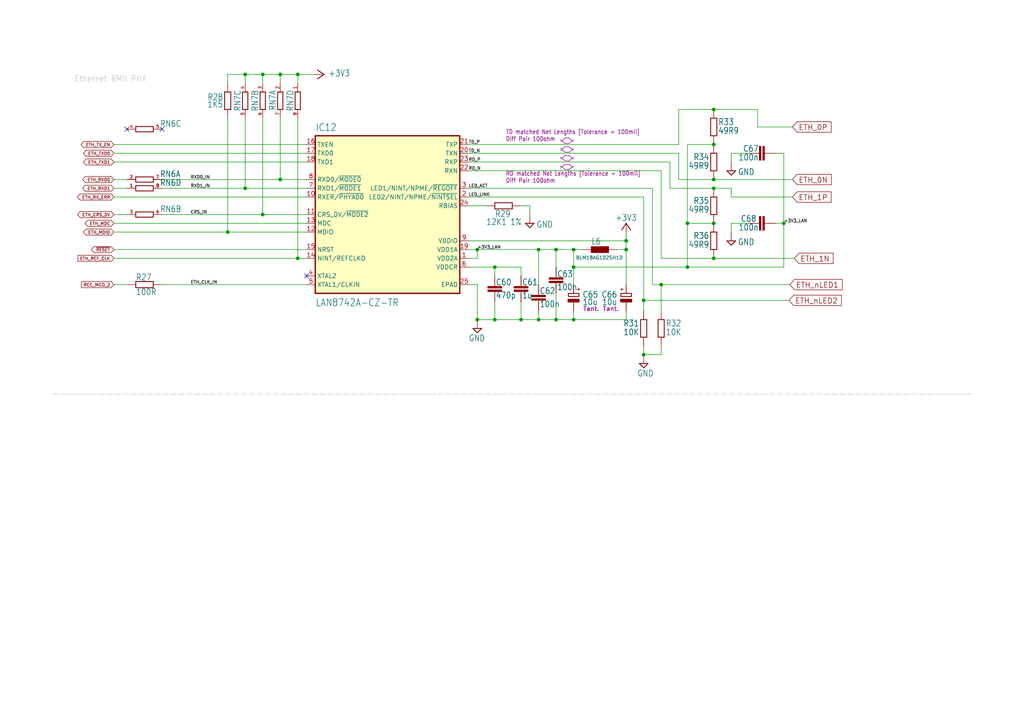
<source format=kicad_sch>
(kicad_sch (version 20230121) (generator eeschema)
  (paper "A4")
  (title_block (date "2023-12-07"))
  (lib_symbols
    (symbol "Envox H745 Master MCU r2B6-eagle-import:+3V3" (power)
      (property "Value" "+3V3" (at -2.54 -5.08 90))
      (symbol "+3V3_1_0"
        (polyline (pts (xy 0 0) (xy -1.27 -1.905)) (stroke (width 0.254)))
        (polyline (pts (xy 1.27 -1.905) (xy 0 0)) (stroke (width 0.254)))
        (pin power_in line (at 0 -2.54 90) (length 2.54) (name "+3V3") (number "1"))
      )
    )
    (symbol "Envox H745 Master MCU r2B6-eagle-import:GND" (power)
      (property "Value" "GND" (at -1.905 -3.175 0))
      (symbol "GND_1_0"
        (polyline (pts (xy -1.27 0) (xy 1.27 0)) (stroke (width 0.254)))
        (polyline (pts (xy 0 -1.27) (xy -1.27 0)) (stroke (width 0.254)))
        (polyline (pts (xy 1.27 0) (xy 0 -1.27)) (stroke (width 0.254)))
        (pin power_in line (at 0 2.54 270) (length 2.54) (name "GND") (number "1"))
      )
    )
    (symbol "Library:ECAP1206"
      (property "Reference" "C" (at 1.143 0.4826 0))
      (symbol "ECAP1206_1_0"
        (rectangle (start -1.651 -2.54) (end 1.651 -1.651) (fill (type outline)))
        (polyline (pts (xy -1.524 -0.889) (xy 1.524 -0.889)) (stroke (width 0.254)))
        (polyline (pts (xy -1.524 0) (xy -1.524 -0.889)) (stroke (width 0.254)))
        (polyline (pts (xy -1.524 0) (xy 1.524 0)) (stroke (width 0.254)))
        (polyline (pts (xy 1.524 -0.889) (xy 1.524 0)) (stroke (width 0.254)))
        (text "+" (at -0.5842 0.4064 900) (effects (font (size 1.27 1.0795)) (justify left bottom)))
        (pin passive line (at 0 2.54 270) (length 2.54) (name "+") (number "+"))
        (pin passive line (at 0 -5.08 90) (length 2.54) (name "-") (number "-"))
      )
    )
    (symbol "Library:Envox_C-EUC0402"
      (property "Reference" "C" (at 1.524 0.381 0))
      (symbol "Envox_C-EUC0402_1_0"
        (rectangle (start -2.032 -2.032) (end 2.032 -1.524) (fill (type outline)))
        (rectangle (start -2.032 -1.016) (end 2.032 -0.508) (fill (type outline)))
        (polyline (pts (xy 0 -2.54) (xy 0 -2.032)) (stroke (width 0.1524)))
        (polyline (pts (xy 0 0) (xy 0 -0.508)) (stroke (width 0.1524)))
        (pin passive line (at 0 2.54 270) (length 2.54) (name "1") (number "1"))
        (pin passive line (at 0 -5.08 90) (length 2.54) (name "2") (number "2"))
      )
    )
    (symbol "Library:Envox_R-EU_R0402"
      (property "Reference" "R" (at -3.81 1.4986 0))
      (symbol "Envox_R-EU_R0402_1_0"
        (polyline (pts (xy -2.54 -0.889) (xy -2.54 0.889)) (stroke (width 0.254)))
        (polyline (pts (xy -2.54 -0.889) (xy 2.54 -0.889)) (stroke (width 0.254)))
        (polyline (pts (xy 2.54 -0.889) (xy 2.54 0.889)) (stroke (width 0.254)))
        (polyline (pts (xy 2.54 0.889) (xy -2.54 0.889)) (stroke (width 0.254)))
        (pin passive line (at -5.08 0 0) (length 2.54) (name "1") (number "1"))
        (pin passive line (at 5.08 0 180) (length 2.54) (name "2") (number "2"))
      )
    )
    (symbol "Library:FERRITE_BEAD0603"
      (property "Reference" "L" (at -3.81 1.3716 0))
      (symbol "FERRITE_BEAD0603_1_0"
        (rectangle (start -2.54 -0.889) (end 2.54 0.889) (fill (type outline)))
        (pin passive line (at -5.08 0 0) (length 2.54) (name "1") (number "P$1"))
        (pin passive line (at 5.08 0 180) (length 2.54) (name "2") (number "P$2"))
      )
    )
    (symbol "Library:LAN8742A-CZ-TR"
      (property "Reference" "IC" (at -25.4 24.13 0))
      (symbol "LAN8742A-CZ-TR_1_0"
        (pin passive line (at 19.05 -12.7 180) (length 2.54) (name "VDD2A") (number "1"))
        (pin bidirectional line (at -27.94 5.08 0) (length 2.54) (name "RXER/~{PHYAD0}") (number "10"))
        (pin bidirectional line (at -27.94 0 0) (length 2.54) (name "CRS_DV/~{MODE2}") (number "11"))
        (pin bidirectional line (at -27.94 -5.08 0) (length 2.54) (name "MDIO") (number "12"))
        (pin input line (at -27.94 -2.54 0) (length 2.54) (name "MDC") (number "13"))
        (pin output line (at -27.94 -12.7 0) (length 2.54) (name "NINT/REFCLKO") (number "14"))
        (pin input line (at -27.94 -10.16 0) (length 2.54) (name "NRST") (number "15"))
        (pin input line (at -27.94 20.32 0) (length 2.54) (name "TXEN") (number "16"))
        (pin input line (at -27.94 17.78 0) (length 2.54) (name "TXD0") (number "17"))
        (pin input line (at -27.94 15.24 0) (length 2.54) (name "TXD1") (number "18"))
        (pin passive line (at 19.05 -10.16 180) (length 2.54) (name "VDD1A") (number "19"))
        (pin bidirectional line (at 19.05 5.08 180) (length 2.54) (name "LED2/NINT/NPME/~{NINTSEL}") (number "2"))
        (pin bidirectional line (at 19.05 17.78 180) (length 2.54) (name "TXN") (number "20"))
        (pin bidirectional line (at 19.05 20.32 180) (length 2.54) (name "TXP") (number "21"))
        (pin bidirectional line (at 19.05 12.7 180) (length 2.54) (name "RXN") (number "22"))
        (pin bidirectional line (at 19.05 15.24 180) (length 2.54) (name "RXP") (number "23"))
        (pin input line (at 19.05 2.54 180) (length 2.54) (name "RBIAS") (number "24"))
        (pin passive line (at 19.05 -20.32 180) (length 2.54) (name "EPAD") (number "25"))
        (pin bidirectional line (at 19.05 7.62 180) (length 2.54) (name "LED1/NINT/NPME/~{REGOFF}") (number "3"))
        (pin output line (at -27.94 -17.78 0) (length 2.54) (name "XTAL2") (number "4"))
        (pin input line (at -27.94 -20.32 0) (length 2.54) (name "XTAL1/CLKIN") (number "5"))
        (pin passive line (at 19.05 -15.24 180) (length 2.54) (name "VDDCR") (number "6"))
        (pin bidirectional line (at -27.94 7.62 0) (length 2.54) (name "RXD1/~{MODE1}") (number "7"))
        (pin bidirectional line (at -27.94 10.16 0) (length 2.54) (name "RXD0/~{MODE0}") (number "8"))
        (pin passive line (at 19.05 -7.62 180) (length 2.54) (name "VDDIO") (number "9"))
      )
      (symbol "LAN8742A-CZ-TR_1_1"
        (rectangle (start -25.4 22.86) (end 16.51 -22.86) (stroke (width 0.4)) (fill (type background)))
      )
    )
    (symbol "Library:R-EU_R0603"
      (property "Reference" "R" (at -3.81 1.4986 0))
      (symbol "R-EU_R0603_1_0"
        (polyline (pts (xy -2.54 -0.889) (xy -2.54 0.889)) (stroke (width 0.254)))
        (polyline (pts (xy -2.54 -0.889) (xy 2.54 -0.889)) (stroke (width 0.254)))
        (polyline (pts (xy 2.54 -0.889) (xy 2.54 0.889)) (stroke (width 0.254)))
        (polyline (pts (xy 2.54 0.889) (xy -2.54 0.889)) (stroke (width 0.254)))
        (pin passive line (at -5.08 0 0) (length 2.54) (name "1") (number "1"))
        (pin passive line (at 5.08 0 180) (length 2.54) (name "2") (number "2"))
      )
    )
    (symbol "Library:R_ARRAY4"
      (property "Reference" "RN" (at -5.08 -3.048 0))
      (symbol "R_ARRAY4_1_0"
        (polyline (pts (xy -2.54 -0.762) (xy 2.54 -0.762)) (stroke (width 0.254)))
        (polyline (pts (xy -2.54 0.762) (xy -2.54 -0.762)) (stroke (width 0.254)))
        (polyline (pts (xy 2.54 -0.762) (xy 2.54 0.762)) (stroke (width 0.254)))
        (polyline (pts (xy 2.54 0.762) (xy -2.54 0.762)) (stroke (width 0.254)))
        (pin passive line (at -5.08 0 0) (length 2.54) (name "1") (number "2"))
        (pin passive line (at 5.08 0 180) (length 2.54) (name "2") (number "7"))
      )
      (symbol "R_ARRAY4_2_0"
        (polyline (pts (xy -2.54 -0.762) (xy 2.54 -0.762)) (stroke (width 0.254)))
        (polyline (pts (xy -2.54 0.762) (xy -2.54 -0.762)) (stroke (width 0.254)))
        (polyline (pts (xy 2.54 -0.762) (xy 2.54 0.762)) (stroke (width 0.254)))
        (polyline (pts (xy 2.54 0.762) (xy -2.54 0.762)) (stroke (width 0.254)))
        (pin passive line (at -5.08 0 0) (length 2.54) (name "1") (number "3"))
        (pin passive line (at 5.08 0 180) (length 2.54) (name "2") (number "6"))
      )
      (symbol "R_ARRAY4_3_0"
        (polyline (pts (xy -2.54 -0.762) (xy 2.54 -0.762)) (stroke (width 0.254)))
        (polyline (pts (xy -2.54 0.762) (xy -2.54 -0.762)) (stroke (width 0.254)))
        (polyline (pts (xy 2.54 -0.762) (xy 2.54 0.762)) (stroke (width 0.254)))
        (polyline (pts (xy 2.54 0.762) (xy -2.54 0.762)) (stroke (width 0.254)))
        (pin passive line (at -5.08 0 0) (length 2.54) (name "1") (number "4"))
        (pin passive line (at 5.08 0 180) (length 2.54) (name "2") (number "5"))
      )
      (symbol "R_ARRAY4_4_0"
        (polyline (pts (xy -2.54 -0.762) (xy 2.54 -0.762)) (stroke (width 0.254)))
        (polyline (pts (xy -2.54 0.762) (xy -2.54 -0.762)) (stroke (width 0.254)))
        (polyline (pts (xy 2.54 -0.762) (xy 2.54 0.762)) (stroke (width 0.254)))
        (polyline (pts (xy 2.54 0.762) (xy -2.54 0.762)) (stroke (width 0.254)))
        (pin passive line (at -5.08 0 0) (length 2.54) (name "1") (number "1"))
        (pin passive line (at 5.08 0 180) (length 2.54) (name "2") (number "8"))
      )
    )
  )
  (junction (at 186.69 87.122))
  (junction (at 156.21 92.71))
  (junction (at 207.01 31.75))
  (junction (at 71.12 21.59))
  (junction (at 166.37 92.71))
  (junction (at 181.61 69.85))
  (junction (at 156.21 72.39))
  (junction (at 76.2 62.23))
  (junction (at 86.36 21.59))
  (junction (at 199.39 64.77))
  (junction (at 181.61 72.39))
  (junction (at 76.2 21.59))
  (junction (at 191.77 82.55))
  (junction (at 151.13 92.71))
  (junction (at 207.01 64.77))
  (junction (at 138.43 92.71))
  (junction (at 81.28 21.59))
  (junction (at 166.37 77.47))
  (junction (at 71.12 54.61))
  (junction (at 166.37 72.39))
  (junction (at 143.51 77.47))
  (junction (at 207.01 52.07))
  (junction (at 227.33 64.77))
  (junction (at 86.36 74.93))
  (junction (at 66.04 67.31))
  (junction (at 207.01 74.93))
  (junction (at 81.28 52.07))
  (junction (at 138.43 72.39))
  (junction (at 199.39 77.47))
  (junction (at 207.01 54.61))
  (junction (at 186.69 102.87))
  (junction (at 161.29 92.71))
  (junction (at 143.51 92.71))
  (junction (at 207.01 41.91))
  (junction (at 161.29 72.39))
  (no_connect (at 46.99 37.465))
  (no_connect (at 88.9 80.01))
  (no_connect (at 36.83 37.465))
  (wire (pts (xy 76.2 62.23) (xy 46.99 62.23)) (stroke (width 0.1524)))
  (wire (pts (xy 212.09 67.31) (xy 212.09 64.77)) (stroke (width 0.1524)))
  (wire (pts (xy 227.33 64.77) (xy 227.33 77.47)) (stroke (width 0.1524)))
  (wire (pts (xy 181.61 72.39) (xy 179.07 72.39)) (stroke (width 0.1524)))
  (wire (pts (xy 143.51 92.71) (xy 151.13 92.71)) (stroke (width 0.1524)))
  (polyline (pts (xy 165.1 40.005) (xy 165.735 40.64)) (stroke (width 0.1524) (type solid) (color 132 0 132 1)))
  (polyline (pts (xy 165.735 43.18) (xy 166.37 43.18)) (stroke (width 0.1524) (type solid) (color 132 0 132 1)))
  (wire (pts (xy 86.36 21.59) (xy 81.28 21.59)) (stroke (width 0.1524)))
  (wire (pts (xy 207.01 52.07) (xy 229.87 52.07)) (stroke (width 0.1524)))
  (wire (pts (xy 181.61 69.85) (xy 181.61 72.39)) (stroke (width 0.1524)))
  (polyline (pts (xy 163.195 43.4975) (xy 162.56 43.4975)) (stroke (width 0.1524) (type solid) (color 132 0 132 1)))
  (polyline (pts (xy 162.56 48.26) (xy 163.195 48.26)) (stroke (width 0.1524) (type solid) (color 132 0 132 1)))
  (wire (pts (xy 81.28 24.13) (xy 81.28 21.59)) (stroke (width 0.1524)))
  (polyline (pts (xy 163.195 43.18) (xy 163.83 42.545)) (stroke (width 0.1524) (type solid) (color 132 0 132 1)))
  (wire (pts (xy 224.79 44.45) (xy 227.33 44.45)) (stroke (width 0.1524)))
  (wire (pts (xy 196.85 44.45) (xy 196.85 52.07)) (stroke (width 0.1524)))
  (polyline (pts (xy 163.83 46.6725) (xy 163.195 46.0375)) (stroke (width 0.1524) (type solid) (color 132 0 132 1)))
  (wire (pts (xy 88.9 72.39) (xy 33.02 72.39)) (stroke (width 0.1524)))
  (wire (pts (xy 156.21 72.39) (xy 138.43 72.39)) (stroke (width 0.1524)))
  (wire (pts (xy 156.21 82.55) (xy 156.21 72.39)) (stroke (width 0.1524)))
  (wire (pts (xy 161.29 92.71) (xy 161.29 85.09)) (stroke (width 0.1524)))
  (polyline (pts (xy 163.83 41.5925) (xy 165.1 41.5925)) (stroke (width 0.1524) (type solid) (color 132 0 132 1)))
  (wire (pts (xy 207.01 31.75) (xy 219.71 31.75)) (stroke (width 0.1524)))
  (wire (pts (xy 81.28 52.07) (xy 46.99 52.07)) (stroke (width 0.1524)))
  (wire (pts (xy 151.13 77.47) (xy 151.13 80.01)) (stroke (width 0.1524)))
  (polyline (pts (xy 163.83 49.2125) (xy 163.195 48.5775)) (stroke (width 0.1524) (type solid) (color 132 0 132 1)))
  (polyline (pts (xy 166.37 40.9575) (xy 165.735 40.9575)) (stroke (width 0.1524) (type solid) (color 132 0 132 1)))
  (wire (pts (xy 88.9 46.99) (xy 33.02 46.99)) (stroke (width 0.1524)))
  (wire (pts (xy 36.83 82.55) (xy 33.02 82.55)) (stroke (width 0.1524)))
  (wire (pts (xy 138.43 74.93) (xy 135.89 74.93)) (stroke (width 0.1524)))
  (wire (pts (xy 76.2 34.29) (xy 76.2 62.23)) (stroke (width 0.1524)))
  (wire (pts (xy 135.89 72.39) (xy 138.43 72.39)) (stroke (width 0.1524)))
  (wire (pts (xy 207.01 41.91) (xy 199.39 41.91)) (stroke (width 0.1524)))
  (polyline (pts (xy 166.37 43.4975) (xy 165.735 43.4975)) (stroke (width 0.1524) (type solid) (color 132 0 132 1)))
  (polyline (pts (xy 163.195 48.5775) (xy 162.56 48.5775)) (stroke (width 0.1524) (type solid) (color 132 0 132 1)))
  (wire (pts (xy 135.89 82.55) (xy 138.43 82.55)) (stroke (width 0.1524)))
  (wire (pts (xy 151.13 92.71) (xy 156.21 92.71)) (stroke (width 0.1524)))
  (wire (pts (xy 140.97 59.69) (xy 135.89 59.69)) (stroke (width 0.1524)))
  (wire (pts (xy 212.09 54.61) (xy 212.09 57.15)) (stroke (width 0.1524)))
  (wire (pts (xy 181.61 67.31) (xy 181.61 69.85)) (stroke (width 0.1524)))
  (wire (pts (xy 189.23 82.55) (xy 189.23 54.61)) (stroke (width 0.1524)))
  (polyline (pts (xy 166.37 46.0375) (xy 165.735 46.0375)) (stroke (width 0.1524) (type solid) (color 132 0 132 1)))
  (polyline (pts (xy 163.83 45.085) (xy 165.1 45.085)) (stroke (width 0.1524) (type solid) (color 132 0 132 1)))
  (wire (pts (xy 217.17 44.45) (xy 212.09 44.45)) (stroke (width 0.1524)))
  (wire (pts (xy 166.37 92.71) (xy 181.61 92.71)) (stroke (width 0.1524)))
  (wire (pts (xy 66.04 21.59) (xy 66.04 24.13)) (stroke (width 0.1524)))
  (wire (pts (xy 138.43 92.71) (xy 143.51 92.71)) (stroke (width 0.1524)))
  (wire (pts (xy 143.51 77.47) (xy 143.51 80.01)) (stroke (width 0.1524)))
  (wire (pts (xy 88.9 44.45) (xy 33.02 44.45)) (stroke (width 0.1524)))
  (wire (pts (xy 219.71 31.75) (xy 219.71 36.83)) (stroke (width 0.1524)))
  (wire (pts (xy 76.2 24.13) (xy 76.2 21.59)) (stroke (width 0.1524)))
  (wire (pts (xy 135.89 57.15) (xy 186.69 57.15)) (stroke (width 0.1524)))
  (wire (pts (xy 191.77 74.93) (xy 207.01 74.93)) (stroke (width 0.1524)))
  (wire (pts (xy 88.9 52.07) (xy 81.28 52.07)) (stroke (width 0.1524)))
  (wire (pts (xy 181.61 92.71) (xy 181.61 90.17)) (stroke (width 0.1524)))
  (wire (pts (xy 191.77 90.17) (xy 191.77 82.55)) (stroke (width 0.1524)))
  (wire (pts (xy 166.37 82.55) (xy 166.37 77.47)) (stroke (width 0.1524)))
  (wire (pts (xy 86.36 74.93) (xy 88.9 74.93)) (stroke (width 0.1524)))
  (polyline (pts (xy 222.25 114.3) (xy 144.78 114.3)) (stroke (width 0.1524) (type dash) (color 194 194 194 1)))
  (wire (pts (xy 71.12 54.61) (xy 46.99 54.61)) (stroke (width 0.1524)))
  (wire (pts (xy 191.77 102.87) (xy 191.77 100.33)) (stroke (width 0.1524)))
  (wire (pts (xy 86.36 21.59) (xy 91.44 21.59)) (stroke (width 0.1524)))
  (polyline (pts (xy 162.56 43.18) (xy 163.195 43.18)) (stroke (width 0.1524) (type solid) (color 132 0 132 1)))
  (wire (pts (xy 217.17 64.77) (xy 212.09 64.77)) (stroke (width 0.1524)))
  (wire (pts (xy 181.61 82.55) (xy 181.61 72.39)) (stroke (width 0.1524)))
  (wire (pts (xy 196.85 52.07) (xy 207.01 52.07)) (stroke (width 0.1524)))
  (polyline (pts (xy 163.83 41.5925) (xy 163.195 40.9575)) (stroke (width 0.1524) (type solid) (color 132 0 132 1)))
  (wire (pts (xy 207.01 74.93) (xy 230.378 74.93)))
  (wire (pts (xy 135.89 54.61) (xy 189.23 54.61)) (stroke (width 0.1524)))
  (polyline (pts (xy 281.94 114.3) (xy 222.25 114.3)) (stroke (width 0.1524) (type dash) (color 194 194 194 1)))
  (wire (pts (xy 196.85 31.75) (xy 207.01 31.75)) (stroke (width 0.1524)))
  (wire (pts (xy 166.37 92.71) (xy 166.37 90.17)) (stroke (width 0.1524)))
  (wire (pts (xy 138.43 72.39) (xy 138.43 74.93)) (stroke (width 0.1524)))
  (polyline (pts (xy 162.56 40.64) (xy 163.195 40.64)) (stroke (width 0.1524) (type solid) (color 132 0 132 1)))
  (wire (pts (xy 186.69 100.33) (xy 186.69 102.87)) (stroke (width 0.1524)))
  (wire (pts (xy 76.2 21.59) (xy 71.12 21.59)) (stroke (width 0.1524)))
  (wire (pts (xy 212.09 46.99) (xy 212.09 44.45)) (stroke (width 0.1524)))
  (wire (pts (xy 88.9 82.55) (xy 46.99 82.55)) (stroke (width 0.1524)))
  (polyline (pts (xy 165.735 45.72) (xy 166.37 45.72)) (stroke (width 0.1524) (type solid) (color 132 0 132 1)))
  (wire (pts (xy 71.12 54.61) (xy 88.9 54.61)) (stroke (width 0.1524)))
  (wire (pts (xy 227.33 77.47) (xy 199.39 77.47)) (stroke (width 0.1524)))
  (polyline (pts (xy 165.735 40.64) (xy 166.37 40.64)) (stroke (width 0.1524) (type solid) (color 132 0 132 1)))
  (wire (pts (xy 224.79 64.77) (xy 227.33 64.77)) (stroke (width 0.1524)))
  (wire (pts (xy 186.69 87.122) (xy 228.854 87.122)) (stroke (width 0.1524)))
  (wire (pts (xy 219.71 36.83) (xy 229.87 36.83)) (stroke (width 0.1524)))
  (wire (pts (xy 207.01 64.77) (xy 199.39 64.77)) (stroke (width 0.1524)))
  (wire (pts (xy 186.69 102.87) (xy 191.77 102.87)) (stroke (width 0.1524)))
  (wire (pts (xy 186.436 87.122) (xy 186.69 87.122)) (stroke (width 0.1524)))
  (wire (pts (xy 194.31 46.99) (xy 194.31 54.61)) (stroke (width 0.1524)))
  (wire (pts (xy 81.28 34.29) (xy 81.28 52.07)) (stroke (width 0.1524)))
  (polyline (pts (xy 163.83 40.005) (xy 165.1 40.005)) (stroke (width 0.1524) (type solid) (color 132 0 132 1)))
  (polyline (pts (xy 163.195 46.0375) (xy 162.56 46.0375)) (stroke (width 0.1524) (type solid) (color 132 0 132 1)))
  (wire (pts (xy 36.83 52.07) (xy 33.02 52.07)) (stroke (width 0.1524)))
  (wire (pts (xy 135.89 44.45) (xy 196.85 44.45)) (stroke (width 0.1524)))
  (wire (pts (xy 135.89 69.85) (xy 181.61 69.85)) (stroke (width 0.1524)))
  (wire (pts (xy 33.02 67.31) (xy 66.04 67.31)) (stroke (width 0.1524)))
  (wire (pts (xy 189.23 82.55) (xy 191.77 82.55)) (stroke (width 0.1524)))
  (polyline (pts (xy 163.195 45.72) (xy 163.83 45.085)) (stroke (width 0.1524) (type solid) (color 132 0 132 1)))
  (polyline (pts (xy 163.195 40.9575) (xy 162.56 40.9575)) (stroke (width 0.1524) (type solid) (color 132 0 132 1)))
  (polyline (pts (xy 165.735 48.5775) (xy 165.1 49.2125)) (stroke (width 0.1524) (type solid) (color 132 0 132 1)))
  (wire (pts (xy 186.69 90.17) (xy 186.69 87.122)) (stroke (width 0.1524)))
  (wire (pts (xy 71.12 34.29) (xy 71.12 54.61)))
  (polyline (pts (xy 163.83 44.1325) (xy 165.1 44.1325)) (stroke (width 0.1524) (type solid) (color 132 0 132 1)))
  (wire (pts (xy 71.12 21.59) (xy 66.04 21.59)) (stroke (width 0.1524)))
  (polyline (pts (xy 165.735 48.26) (xy 166.37 48.26)) (stroke (width 0.1524) (type solid) (color 132 0 132 1)))
  (wire (pts (xy 135.89 46.99) (xy 194.31 46.99)) (stroke (width 0.1524)))
  (wire (pts (xy 196.85 41.91) (xy 196.85 31.75)) (stroke (width 0.1524)))
  (wire (pts (xy 33.02 54.61) (xy 36.83 54.61)) (stroke (width 0.1524)))
  (wire (pts (xy 212.09 57.15) (xy 229.87 57.15)) (stroke (width 0.1524)))
  (wire (pts (xy 143.51 92.71) (xy 143.51 87.63)) (stroke (width 0.1524)))
  (wire (pts (xy 186.69 57.15) (xy 186.69 87.122)) (stroke (width 0.1524)))
  (polyline (pts (xy 163.83 44.1325) (xy 163.195 43.4975)) (stroke (width 0.1524) (type solid) (color 132 0 132 1)))
  (polyline (pts (xy 163.195 48.26) (xy 163.83 47.625)) (stroke (width 0.1524) (type solid) (color 132 0 132 1)))
  (wire (pts (xy 151.13 92.71) (xy 151.13 87.63)) (stroke (width 0.1524)))
  (polyline (pts (xy 162.56 45.72) (xy 163.195 45.72)) (stroke (width 0.1524) (type solid) (color 132 0 132 1)))
  (wire (pts (xy 81.28 21.59) (xy 76.2 21.59)) (stroke (width 0.1524)))
  (wire (pts (xy 166.37 77.47) (xy 166.37 72.39)) (stroke (width 0.1524)))
  (wire (pts (xy 227.33 44.45) (xy 227.33 64.77)) (stroke (width 0.1524)))
  (wire (pts (xy 88.9 41.91) (xy 33.02 41.91)) (stroke (width 0.1524)))
  (wire (pts (xy 199.39 77.47) (xy 199.39 64.77)) (stroke (width 0.1524)))
  (wire (pts (xy 161.29 77.47) (xy 161.29 72.39)) (stroke (width 0.1524)))
  (polyline (pts (xy 165.1 42.545) (xy 165.735 43.18)) (stroke (width 0.1524) (type solid) (color 132 0 132 1)))
  (wire (pts (xy 194.31 54.61) (xy 207.01 54.61)) (stroke (width 0.1524)))
  (wire (pts (xy 33.02 62.23) (xy 36.83 62.23)) (stroke (width 0.1524)))
  (wire (pts (xy 156.21 92.71) (xy 156.21 90.17)) (stroke (width 0.1524)))
  (wire (pts (xy 161.29 92.71) (xy 166.37 92.71)) (stroke (width 0.1524)))
  (wire (pts (xy 168.91 72.39) (xy 166.37 72.39)) (stroke (width 0.1524)))
  (polyline (pts (xy 165.735 40.9575) (xy 165.1 41.5925)) (stroke (width 0.1524) (type solid) (color 132 0 132 1)))
  (polyline (pts (xy 165.735 43.4975) (xy 165.1 44.1325)) (stroke (width 0.1524) (type solid) (color 132 0 132 1)))
  (polyline (pts (xy 163.195 40.64) (xy 163.83 40.005)) (stroke (width 0.1524) (type solid) (color 132 0 132 1)))
  (wire (pts (xy 191.77 82.55) (xy 229.108 82.55)) (stroke (width 0.1524)))
  (polyline (pts (xy 165.1 45.085) (xy 165.735 45.72)) (stroke (width 0.1524) (type solid) (color 132 0 132 1)))
  (wire (pts (xy 153.67 59.69) (xy 153.67 62.23)) (stroke (width 0.1524)))
  (wire (pts (xy 143.51 77.47) (xy 151.13 77.47)) (stroke (width 0.1524)))
  (wire (pts (xy 71.12 24.13) (xy 71.12 21.59)) (stroke (width 0.1524)))
  (wire (pts (xy 199.39 64.77) (xy 199.39 41.91)) (stroke (width 0.1524)))
  (polyline (pts (xy 144.78 114.3) (xy 15.24 114.3)) (stroke (width 0.1524) (type dash) (color 194 194 194 1)))
  (wire (pts (xy 88.9 62.23) (xy 76.2 62.23)) (stroke (width 0.1524)))
  (polyline (pts (xy 163.83 46.6725) (xy 165.1 46.6725)) (stroke (width 0.1524) (type solid) (color 132 0 132 1)))
  (wire (pts (xy 66.04 34.29) (xy 66.04 67.31)) (stroke (width 0.1524)))
  (polyline (pts (xy 166.37 48.5775) (xy 165.735 48.5775)) (stroke (width 0.1524) (type solid) (color 132 0 132 1)))
  (wire (pts (xy 138.43 82.55) (xy 138.43 92.71)) (stroke (width 0.1524)))
  (wire (pts (xy 33.02 74.93) (xy 86.36 74.93)) (stroke (width 0.1524)))
  (wire (pts (xy 151.13 59.69) (xy 153.67 59.69)) (stroke (width 0.1524)))
  (wire (pts (xy 161.29 72.39) (xy 156.21 72.39)) (stroke (width 0.1524)))
  (wire (pts (xy 88.9 64.77) (xy 33.02 64.77)) (stroke (width 0.1524)))
  (wire (pts (xy 199.39 77.47) (xy 166.37 77.47)) (stroke (width 0.1524)))
  (wire (pts (xy 135.89 49.53) (xy 191.77 49.53)) (stroke (width 0.1524)))
  (wire (pts (xy 88.9 67.31) (xy 66.04 67.31)) (stroke (width 0.1524)))
  (wire (pts (xy 207.01 54.61) (xy 212.09 54.61)) (stroke (width 0.1524)))
  (wire (pts (xy 191.77 49.53) (xy 191.77 74.93)) (stroke (width 0.1524)))
  (polyline (pts (xy 165.735 46.0375) (xy 165.1 46.6725)) (stroke (width 0.1524) (type solid) (color 132 0 132 1)))
  (wire (pts (xy 166.37 72.39) (xy 161.29 72.39)) (stroke (width 0.1524)))
  (polyline (pts (xy 163.83 47.625) (xy 165.1 47.625)) (stroke (width 0.1524) (type solid) (color 132 0 132 1)))
  (wire (pts (xy 86.36 24.13) (xy 86.36 21.59)) (stroke (width 0.1524)))
  (polyline (pts (xy 163.83 49.2125) (xy 165.1 49.2125)) (stroke (width 0.1524) (type solid) (color 132 0 132 1)))
  (polyline (pts (xy 165.1 47.625) (xy 165.735 48.26)) (stroke (width 0.1524) (type solid) (color 132 0 132 1)))
  (wire (pts (xy 86.36 34.29) (xy 86.36 74.93)))
  (wire (pts (xy 156.21 92.71) (xy 161.29 92.71)) (stroke (width 0.1524)))
  (wire (pts (xy 135.89 77.47) (xy 143.51 77.47)) (stroke (width 0.1524)))
  (polyline (pts (xy 163.83 42.545) (xy 165.1 42.545)) (stroke (width 0.1524) (type solid) (color 132 0 132 1)))
  (wire (pts (xy 88.9 57.15) (xy 33.02 57.15)) (stroke (width 0.1524)))
  (wire (pts (xy 135.89 41.91) (xy 196.85 41.91)) (stroke (width 0.1524)))
  (text "Ethernet RMII PHY" (at 21.59 24.13 0) (effects (font (size 1.778 1.5113)) (justify left bottom)))
  (text "RD matched Net Lengths [Tolerance = 100mil]\nDiff Pair 100ohm" (at 146.685 53.34 0) (effects (font (size 1.27 1.0795)) (justify left bottom)))
  (text "TD matched Net Lengths [Tolerance = 100mil]\nDiff Pair 100ohm" (at 146.685 41.275 0) (effects (font (size 1.27 1.0795)) (justify left bottom)))
  (label "+3V3_LAN" (at 138.43 72.39 0) (effects (font (size 0.889 0.889))))
  (label "RXD1_IN" (at 55.245 54.61 0) (effects (font (size 0.889 0.889))))
  (label "LED_LINK" (at 135.89 57.15 0) (effects (font (size 0.889 0.889))))
  (label "TD_N" (at 135.89 44.45 0) (effects (font (size 0.889 0.889))))
  (label "RXD0_IN" (at 55.245 52.07 0) (effects (font (size 0.889 0.889))))
  (label "+3V3_LAN" (at 227.33 64.77 0) (effects (font (size 0.889 0.889))))
  (label "TD_P" (at 135.89 41.91 0) (effects (font (size 0.889 0.889))))
  (label "ETH_CLK_IN" (at 55.245 82.55 0) (effects (font (size 0.889 0.889))))
  (label "RD_N" (at 135.89 49.53 0) (effects (font (size 0.889 0.889))))
  (label "CRS_IN" (at 55.245 62.23 0) (effects (font (size 0.889 0.889))))
  (label "LED_ACT" (at 135.89 54.61 0) (effects (font (size 0.889 0.889))))
  (label "RD_P" (at 135.89 46.99 0) (effects (font (size 0.889 0.889))))
  (global_label "~{RESET}" (shape bidirectional) (at 33.02 72.39 180) (effects (font (size 0.889 0.889))) (property "Intersheetrefs" "${INTERSHEET_REFS}" (effects hide)))
  (global_label "ETH_MDC" (shape bidirectional) (at 33.02 64.77 180) (effects (font (size 0.889 0.889))) (property "Intersheetrefs" "${INTERSHEET_REFS}" (effects hide)))
  (global_label "ETH_nLED1" (shape input) (at 229.108 82.55 0) (effects (font (size 1.524 1.524))) (property "Intersheetrefs" "${INTERSHEET_REFS}" (effects hide)))
  (global_label "ETH_TXD0" (shape bidirectional) (at 33.02 44.45 180) (effects (font (size 0.889 0.889))) (property "Intersheetrefs" "${INTERSHEET_REFS}" (effects hide)))
  (global_label "ETH_1P" (shape input) (at 229.87 57.15 0) (effects (font (size 1.524 1.524))) (property "Intersheetrefs" "${INTERSHEET_REFS}" (effects hide)))
  (global_label "ETH_1N" (shape input) (at 230.378 74.93 0) (effects (font (size 1.524 1.524))) (property "Intersheetrefs" "${INTERSHEET_REFS}" (effects hide)))
  (global_label "ETH_nLED2" (shape input) (at 228.854 87.122 0) (effects (font (size 1.524 1.524))) (property "Intersheetrefs" "${INTERSHEET_REFS}" (effects hide)))
  (global_label "ETH_0P" (shape input) (at 229.87 36.83 0) (effects (font (size 1.524 1.524))) (property "Intersheetrefs" "${INTERSHEET_REFS}" (effects hide)))
  (global_label "RCC_MCO_2" (shape input) (at 33.02 82.55 180) (effects (font (size 0.889 0.889))) (property "Intersheetrefs" "${INTERSHEET_REFS}" (effects hide)))
  (global_label "ETH_RXD1" (shape bidirectional) (at 33.02 54.61 180) (effects (font (size 0.889 0.889))) (property "Intersheetrefs" "${INTERSHEET_REFS}" (effects hide)))
  (global_label "ETH_CRS_DV" (shape bidirectional) (at 33.02 62.23 180) (effects (font (size 0.889 0.889))) (property "Intersheetrefs" "${INTERSHEET_REFS}" (effects hide)))
  (global_label "ETH_0N" (shape input) (at 229.87 52.07 0) (effects (font (size 1.524 1.524))) (property "Intersheetrefs" "${INTERSHEET_REFS}" (effects hide)))
  (global_label "ETH_TX_EN" (shape bidirectional) (at 33.02 41.91 180) (effects (font (size 0.889 0.889))) (property "Intersheetrefs" "${INTERSHEET_REFS}" (effects hide)))
  (global_label "ETH_RXD0" (shape bidirectional) (at 33.02 52.07 180) (effects (font (size 0.889 0.889))) (property "Intersheetrefs" "${INTERSHEET_REFS}" (effects hide)))
  (global_label "ETH_MDIO" (shape bidirectional) (at 33.02 67.31 180) (effects (font (size 0.889 0.889))) (property "Intersheetrefs" "${INTERSHEET_REFS}" (effects hide)))
  (global_label "ETH_RX_ERR" (shape bidirectional) (at 33.02 57.15 180) (effects (font (size 0.889 0.889))) (property "Intersheetrefs" "${INTERSHEET_REFS}" (effects hide)))
  (global_label "ETH_TXD1" (shape bidirectional) (at 33.02 46.99 180) (effects (font (size 0.889 0.889))) (property "Intersheetrefs" "${INTERSHEET_REFS}" (effects hide)))
  (global_label "ETH_REF_CLK" (shape input) (at 33.02 74.93 180) (effects (font (size 0.889 0.889))) (property "Intersheetrefs" "${INTERSHEET_REFS}" (effects hide)))
  (symbol (lib_id "Envox H745 Master MCU r2B6-eagle-import:GND") (at 153.67 64.77 0) (mirror y) (unit 1)
    (property "Reference" "#SUPPLY049" (effects hide))
    (property "Value" "GND" (at 155.575 64.135 0) (effects (font (size 1.778 1.5113)) (justify right top)))
  )
  (symbol (lib_id "Library:R_ARRAY4") (at 86.36 29.21 270) (unit 4)
    (property "Reference" "RN7" (at 83.185 26.035 0) (effects (font (size 1.778 1.5113)) (justify left bottom)))
    (property "Value" "DR1206-10K-4/8" (effects hide))
    (property "Footprint" "Library:CAY16" (effects hide))
  )
  (symbol (lib_id "Library:Envox_R-EU_R0402") (at 186.69 95.25 90) (unit 1)
    (property "Reference" "R31" (at 185.42 94.742 90) (effects (font (size 1.778 1.5113)) (justify left top)))
    (property "Value" "10K" (at 185.42 97.282 90) (effects (font (size 1.778 1.5113)) (justify left top)))
    (property "Footprint" "Library:R_0402_1005Metric" (effects hide))
  )
  (symbol (lib_id "Envox H745 Master MCU r2B6-eagle-import:+3V3") (at 181.61 64.77 0) (unit 1)
    (property "Reference" "#+3V018" (effects hide))
    (property "Value" "+3V3" (at 178.435 64.135 0) (effects (font (size 1.778 1.5113)) (justify left bottom)))
  )
  (symbol (lib_id "Library:R_ARRAY4") (at 41.91 62.23 0) (unit 2)
    (property "Reference" "RN6" (at 46.355 61.595 0) (effects (font (size 1.778 1.5113)) (justify left bottom)))
    (property "Value" "DR1206-33R-4/8" (effects hide))
    (property "Footprint" "Library:CAY16" (effects hide))
  )
  (symbol (lib_id "Library:R_ARRAY4") (at 76.2 29.21 270) (unit 2)
    (property "Reference" "RN7" (at 73.025 26.035 0) (effects (font (size 1.778 1.5113)) (justify left bottom)))
    (property "Value" "DR1206-10K-4/8" (effects hide))
    (property "Footprint" "Library:CAY16" (effects hide))
  )
  (symbol (lib_id "Library:Envox_R-EU_R0402") (at 191.77 95.25 90) (unit 1)
    (property "Reference" "R32" (at 193.04 94.742 90) (effects (font (size 1.778 1.5113)) (justify right top)))
    (property "Value" "10K" (at 193.04 97.282 90) (effects (font (size 1.778 1.5113)) (justify right top)))
    (property "Footprint" "Library:R_0402_1005Metric" (effects hide))
  )
  (symbol (lib_id "Library:Envox_R-EU_R0402") (at 146.05 59.69 180) (unit 1)
    (property "Reference" "R29" (at 143.51 62.992 0) (effects (font (size 1.778 1.5113)) (justify right top)))
    (property "Value" "12K1 1%" (at 140.97 63.373 0) (effects (font (size 1.778 1.5113)) (justify right bottom)))
    (property "Footprint" "Library:R_0402_1005Metric" (effects hide))
  )
  (symbol (lib_id "Library:Envox_R-EU_R0402") (at 207.01 59.69 270) (mirror x) (unit 1)
    (property "Reference" "R35" (at 205.74 59.182 90) (effects (font (size 1.778 1.5113)) (justify right top)))
    (property "Value" "49R9" (at 205.74 61.722 90) (effects (font (size 1.778 1.5113)) (justify right top)))
    (property "Footprint" "Library:R_0402_1005Metric" (effects hide))
  )
  (symbol (lib_id "Library:Envox_C-EUC0402") (at 143.51 85.09 180) (unit 1)
    (property "Reference" "C60" (at 143.764 82.804 0) (effects (font (size 1.778 1.5113)) (justify right top)))
    (property "Value" "470p" (at 143.764 86.614 0) (effects (font (size 1.778 1.5113)) (justify right top)))
    (property "Footprint" "Library:C_0402_1005Metric" (effects hide))
  )
  (symbol (lib_id "Library:Envox_R-EU_R0402") (at 207.01 46.99 90) (unit 1)
    (property "Reference" "R34" (at 205.74 46.482 90) (effects (font (size 1.778 1.5113)) (justify left top)))
    (property "Value" "49R9" (at 205.74 49.022 90) (effects (font (size 1.778 1.5113)) (justify left top)))
    (property "Footprint" "Library:R_0402_1005Metric" (effects hide))
  )
  (symbol (lib_id "Library:R_ARRAY4") (at 41.91 52.07 0) (unit 1)
    (property "Reference" "RN6" (at 46.355 51.435 0) (effects (font (size 1.778 1.5113)) (justify left bottom)))
    (property "Value" "DR1206-33R-4/8" (effects hide))
    (property "Footprint" "Library:CAY16" (effects hide))
  )
  (symbol (lib_id "Envox H745 Master MCU r2B6-eagle-import:GND") (at 212.09 49.53 0) (mirror y) (unit 1)
    (property "Reference" "#SUPPLY054" (effects hide))
    (property "Value" "GND" (at 213.995 48.895 0) (effects (font (size 1.778 1.5113)) (justify right top)))
  )
  (symbol (lib_id "Envox H745 Master MCU r2B6-eagle-import:GND") (at 138.43 95.25 0) (mirror y) (unit 1)
    (property "Reference" "#SUPPLY048" (effects hide))
    (property "Value" "GND" (at 135.89 99.06 0) (effects (font (size 1.778 1.5113)) (justify right bottom)))
  )
  (symbol (lib_id "Library:R-EU_R0603") (at 66.04 29.21 90) (unit 1)
    (property "Reference" "R28" (at 64.77 27.178 90) (effects (font (size 1.778 1.5113)) (justify left bottom)))
    (property "Value" "1K5" (at 64.77 31.242 90) (effects (font (size 1.778 1.5113)) (justify left top)))
    (property "Footprint" "Library:R_0402_1005Metric" (effects hide))
  )
  (symbol (lib_id "Envox H745 Master MCU r2B6-eagle-import:GND") (at 212.09 69.85 0) (mirror y) (unit 1)
    (property "Reference" "#SUPPLY055" (effects hide))
    (property "Value" "GND" (at 213.995 69.215 0) (effects (font (size 1.778 1.5113)) (justify right top)))
  )
  (symbol (lib_id "Library:Envox_R-EU_R0402") (at 207.01 69.85 270) (mirror x) (unit 1)
    (property "Reference" "R36" (at 205.74 69.342 90) (effects (font (size 1.778 1.5113)) (justify right top)))
    (property "Value" "49R9" (at 205.74 71.882 90) (effects (font (size 1.778 1.5113)) (justify right top)))
    (property "Footprint" "Library:R_0402_1005Metric" (effects hide))
  )
  (symbol (lib_id "Library:Envox_C-EUC0402") (at 161.29 80.01 0) (mirror y) (unit 1)
    (property "Reference" "C63" (at 161.544 78.486 0) (effects (font (size 1.778 1.5113)) (justify right top)))
    (property "Value" "100n" (at 161.544 82.296 0) (effects (font (size 1.778 1.5113)) (justify right top)))
    (property "Footprint" "Library:C_0402_1005Metric" (effects hide))
  )
  (symbol (lib_id "Library:Envox_C-EUC0402") (at 219.71 64.77 90) (mirror x) (unit 1)
    (property "Reference" "C68" (at 219.456 64.389 90) (effects (font (size 1.778 1.5113)) (justify left bottom)))
    (property "Value" "100n" (at 220.091 66.929 90) (effects (font (size 1.778 1.5113)) (justify left bottom)))
    (property "Footprint" "Library:C_0402_1005Metric" (effects hide))
  )
  (symbol (lib_id "Library:Envox_C-EUC0402") (at 151.13 85.09 180) (unit 1)
    (property "Reference" "C61" (at 151.384 82.804 0) (effects (font (size 1.778 1.5113)) (justify right top)))
    (property "Value" "1u" (at 151.384 86.614 0) (effects (font (size 1.778 1.5113)) (justify right top)))
    (property "Footprint" "Library:C_0402_1005Metric" (effects hide))
  )
  (symbol (lib_id "Envox H745 Master MCU r2B6-eagle-import:GND") (at 186.69 105.41 0) (mirror y) (unit 1)
    (property "Reference" "#SUPPLY052" (effects hide))
    (property "Value" "GND" (at 184.785 107.315 0) (effects (font (size 1.778 1.5113)) (justify right top)))
  )
  (symbol (lib_id "Library:ECAP1206") (at 181.61 85.09 0) (unit 1)
    (property "Reference" "C66" (at 179.07 84.455 0) (effects (font (size 1.778 1.5113)) (justify right top)))
    (property "Value" "10u" (at 179.07 86.614 0) (effects (font (size 1.778 1.5113)) (justify right top)))
    (property "Footprint" "Library:EC1206" (effects hide))
    (property "Type" "Tant." (at 177.165 89.535 0))
  )
  (symbol (lib_id "Library:R_ARRAY4") (at 41.91 54.61 0) (unit 4)
    (property "Reference" "RN6" (at 46.355 53.975 0) (effects (font (size 1.778 1.5113)) (justify left bottom)))
    (property "Value" "DR1206-33R-4/8" (effects hide))
    (property "Footprint" "Library:CAY16" (effects hide))
  )
  (symbol (lib_id "Library:LAN8742A-CZ-TR") (at 116.84 62.23 0) (unit 1)
    (property "Reference" "IC12" (at 91.44 38.1 0) (effects (font (size 2.0828 1.7703)) (justify left bottom)))
    (property "Value" "LAN8742A-CZ-TR" (at 91.44 88.9 0) (effects (font (size 2.0828 1.7703)) (justify left bottom)))
    (property "Footprint" "Library:SQFN24_4X4MC_MCH-M" (effects hide))
    (property "Envox" "UV00004925" (effects hide))
  )
  (symbol (lib_id "Library:Envox_C-EUC0402") (at 156.21 85.09 0) (unit 1)
    (property "Reference" "C62" (at 156.464 85.344 0) (effects (font (size 1.778 1.5113)) (justify left bottom)))
    (property "Value" "100n" (at 156.464 89.154 0) (effects (font (size 1.778 1.5113)) (justify left bottom)))
    (property "Footprint" "Library:C_0402_1005Metric" (effects hide))
  )
  (symbol (lib_id "Library:Envox_C-EUC0402") (at 219.71 44.45 90) (mirror x) (unit 1)
    (property "Reference" "C67" (at 220.091 44.069 90) (effects (font (size 1.778 1.5113)) (justify left bottom)))
    (property "Value" "100n" (at 220.091 46.609 90) (effects (font (size 1.778 1.5113)) (justify left bottom)))
    (property "Footprint" "Library:C_0402_1005Metric" (effects hide))
  )
  (symbol (lib_id "Library:R_ARRAY4") (at 71.12 29.21 270) (unit 3)
    (property "Reference" "RN7" (at 67.945 26.035 0) (effects (font (size 1.778 1.5113)) (justify left bottom)))
    (property "Value" "DR1206-10K-4/8" (effects hide))
    (property "Footprint" "Library:CAY16" (effects hide))
  )
  (symbol (lib_id "Library:R_ARRAY4") (at 41.91 37.465 0) (unit 3)
    (property "Reference" "RN6" (at 46.355 36.83 0) (effects (font (size 1.778 1.5113)) (justify left bottom)))
    (property "Value" "DR1206-33R-4/8" (effects hide))
    (property "Footprint" "Library:CAY16" (effects hide))
  )
  (symbol (lib_id "Library:Envox_R-EU_R0402") (at 41.91 82.55 180) (unit 1)
    (property "Reference" "R27" (at 39.37 81.407 0) (effects (font (size 1.778 1.5113)) (justify right top)))
    (property "Value" "100R" (at 39.37 83.693 0) (effects (font (size 1.778 1.5113)) (justify right bottom)))
    (property "Footprint" "Library:R_0402_1005Metric" (effects hide))
  )
  (symbol (lib_id "Library:ECAP1206") (at 166.37 85.09 0) (mirror y) (unit 1)
    (property "Reference" "C65" (at 168.91 84.455 0) (effects (font (size 1.778 1.5113)) (justify right top)))
    (property "Value" "10u" (at 168.91 86.614 0) (effects (font (size 1.778 1.5113)) (justify right top)))
    (property "Footprint" "Library:EC1206" (effects hide))
    (property "Type" "Tant." (at 171.45 89.535 0))
  )
  (symbol (lib_id "Library:Envox_R-EU_R0402") (at 207.01 36.83 90) (unit 1)
    (property "Reference" "R33" (at 208.28 36.322 90) (effects (font (size 1.778 1.5113)) (justify right top)))
    (property "Value" "49R9" (at 208.28 38.862 90) (effects (font (size 1.778 1.5113)) (justify right top)))
    (property "Footprint" "Library:R_0402_1005Metric" (effects hide))
  )
  (symbol (lib_id "Library:FERRITE_BEAD0603") (at 173.99 72.39 0) (unit 1)
    (property "Reference" "L6" (at 171.45 71.0184 0) (effects (font (size 1.778 1.5113)) (justify left bottom)))
    (property "Value" "BLM18AG102SH1D" (at 167.005 75.311 0) (effects (font (size 1 1)) (justify left bottom)))
    (property "Footprint" "Library:BEAD0603" (effects hide))
  )
  (symbol (lib_id "Library:R_ARRAY4") (at 81.28 29.21 270) (unit 1)
    (property "Reference" "RN7" (at 78.105 26.035 0) (effects (font (size 1.778 1.5113)) (justify left bottom)))
    (property "Value" "DR1206-10K-4/8" (effects hide))
    (property "Footprint" "Library:CAY16" (effects hide))
  )
  (symbol (lib_id "Envox H745 Master MCU r2B6-eagle-import:+3V3") (at 93.98 21.59 270) (unit 1)
    (property "Reference" "#+3V017" (effects hide))
    (property "Value" "+3V3" (at 95.25 22.225 90) (effects (font (size 1.778 1.5113)) (justify left bottom)))
  )
)
</source>
